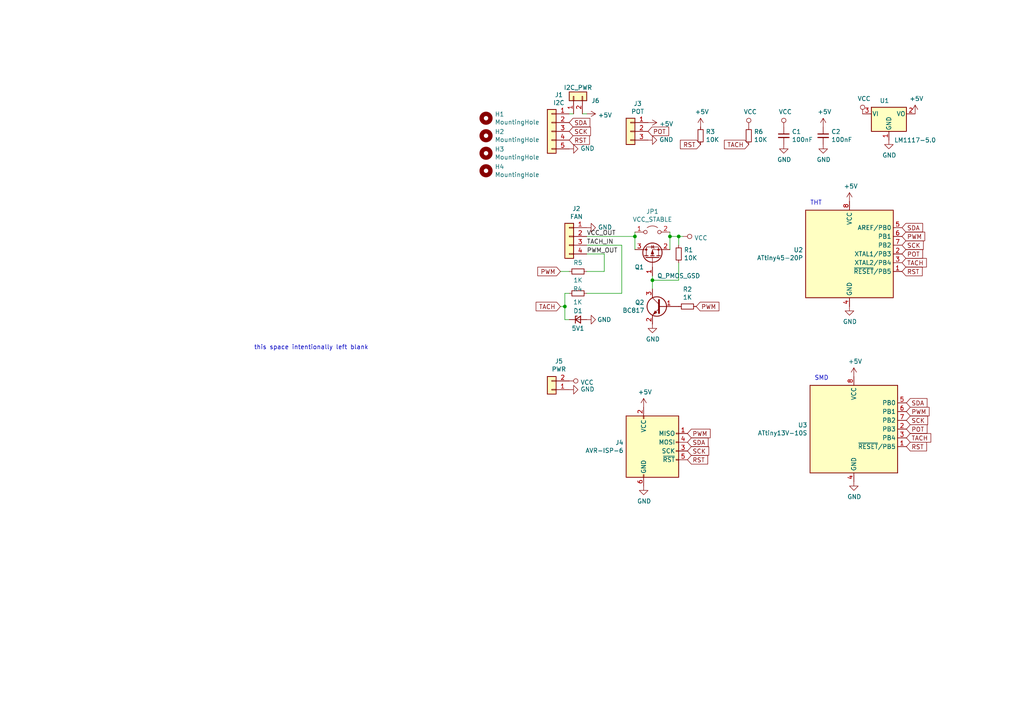
<source format=kicad_sch>
(kicad_sch (version 20230121) (generator eeschema)
  (paper "A4")
  (lib_symbols
    (symbol "Connector:AVR-ISP-6" (pin_names (offset 1.016))
      (property "Reference" "J" (at -6.35 11.43 0))
      (property "Value" "AVR-ISP-6" (at 0 11.43 0))
      (symbol "AVR-ISP-6_0_1"
        (rectangle (start -2.667 -6.858) (end -2.413 -7.62))
        (rectangle (start -2.667 10.16) (end -2.413 9.398))
        (rectangle (start 7.62 -2.413) (end 6.858 -2.667))
        (rectangle (start 7.62 0.127) (end 6.858 -0.127))
        (rectangle (start 7.62 2.667) (end 6.858 2.413))
        (rectangle (start 7.62 5.207) (end 6.858 4.953))
        (rectangle (start 7.62 10.16) (end -7.62 -7.62) (stroke (width 0.254)) (fill (type background)))
      )
      (symbol "AVR-ISP-6_1_1"
        (pin passive line (at 10.16 5.08 180) (length 2.54) (name "MISO") (number "1"))
        (pin passive line (at -2.54 12.7 270) (length 2.54) (name "VCC") (number "2"))
        (pin passive line (at 10.16 0 180) (length 2.54) (name "SCK") (number "3"))
        (pin passive line (at 10.16 2.54 180) (length 2.54) (name "MOSI") (number "4"))
        (pin passive line (at 10.16 -2.54 180) (length 2.54) (name "~{RST}") (number "5"))
        (pin passive line (at -2.54 -10.16 90) (length 2.54) (name "GND") (number "6"))
      )
    )
    (symbol "Connector_Generic:Conn_01x02" (pin_names (offset 1.016) hide)
      (property "Reference" "J" (at 0 2.54 0))
      (property "Value" "Conn_01x02" (at 0 -5.08 0))
      (symbol "Conn_01x02_1_1"
        (rectangle (start -1.27 -2.413) (end 0 -2.667) (stroke (width 0.1524)))
        (rectangle (start -1.27 0.127) (end 0 -0.127) (stroke (width 0.1524)))
        (rectangle (start -1.27 1.27) (end 1.27 -3.81) (stroke (width 0.254)) (fill (type background)))
        (pin passive line (at -5.08 0 0) (length 3.81) (name "Pin_1") (number "1"))
        (pin passive line (at -5.08 -2.54 0) (length 3.81) (name "Pin_2") (number "2"))
      )
    )
    (symbol "Connector_Generic:Conn_01x03" (pin_names (offset 1.016) hide)
      (property "Reference" "J" (at 0 5.08 0))
      (property "Value" "Conn_01x03" (at 0 -5.08 0))
      (symbol "Conn_01x03_1_1"
        (rectangle (start -1.27 -2.413) (end 0 -2.667) (stroke (width 0.1524)))
        (rectangle (start -1.27 0.127) (end 0 -0.127) (stroke (width 0.1524)))
        (rectangle (start -1.27 2.667) (end 0 2.413) (stroke (width 0.1524)))
        (rectangle (start -1.27 3.81) (end 1.27 -3.81) (stroke (width 0.254)) (fill (type background)))
        (pin passive line (at -5.08 2.54 0) (length 3.81) (name "Pin_1") (number "1"))
        (pin passive line (at -5.08 0 0) (length 3.81) (name "Pin_2") (number "2"))
        (pin passive line (at -5.08 -2.54 0) (length 3.81) (name "Pin_3") (number "3"))
      )
    )
    (symbol "Connector_Generic:Conn_01x04" (pin_names (offset 1.016) hide)
      (property "Reference" "J" (at 0 5.08 0))
      (property "Value" "Conn_01x04" (at 0 -7.62 0))
      (symbol "Conn_01x04_1_1"
        (rectangle (start -1.27 -4.953) (end 0 -5.207) (stroke (width 0.1524)))
        (rectangle (start -1.27 -2.413) (end 0 -2.667) (stroke (width 0.1524)))
        (rectangle (start -1.27 0.127) (end 0 -0.127) (stroke (width 0.1524)))
        (rectangle (start -1.27 2.667) (end 0 2.413) (stroke (width 0.1524)))
        (rectangle (start -1.27 3.81) (end 1.27 -6.35) (stroke (width 0.254)) (fill (type background)))
        (pin passive line (at -5.08 2.54 0) (length 3.81) (name "Pin_1") (number "1"))
        (pin passive line (at -5.08 0 0) (length 3.81) (name "Pin_2") (number "2"))
        (pin passive line (at -5.08 -2.54 0) (length 3.81) (name "Pin_3") (number "3"))
        (pin passive line (at -5.08 -5.08 0) (length 3.81) (name "Pin_4") (number "4"))
      )
    )
    (symbol "Connector_Generic:Conn_01x05" (pin_names (offset 1.016) hide)
      (property "Reference" "J" (at 0 7.62 0))
      (property "Value" "Conn_01x05" (at 0 -7.62 0))
      (symbol "Conn_01x05_1_1"
        (rectangle (start -1.27 -4.953) (end 0 -5.207) (stroke (width 0.1524)))
        (rectangle (start -1.27 -2.413) (end 0 -2.667) (stroke (width 0.1524)))
        (rectangle (start -1.27 0.127) (end 0 -0.127) (stroke (width 0.1524)))
        (rectangle (start -1.27 2.667) (end 0 2.413) (stroke (width 0.1524)))
        (rectangle (start -1.27 5.207) (end 0 4.953) (stroke (width 0.1524)))
        (rectangle (start -1.27 6.35) (end 1.27 -6.35) (stroke (width 0.254)) (fill (type background)))
        (pin passive line (at -5.08 5.08 0) (length 3.81) (name "Pin_1") (number "1"))
        (pin passive line (at -5.08 2.54 0) (length 3.81) (name "Pin_2") (number "2"))
        (pin passive line (at -5.08 0 0) (length 3.81) (name "Pin_3") (number "3"))
        (pin passive line (at -5.08 -2.54 0) (length 3.81) (name "Pin_4") (number "4"))
        (pin passive line (at -5.08 -5.08 0) (length 3.81) (name "Pin_5") (number "5"))
      )
    )
    (symbol "Device:C_Small" (pin_numbers hide) (pin_names (offset 0.254) hide)
      (property "Reference" "C" (at 0.254 1.778 0))
      (property "Value" "C_Small" (at 0.254 -2.032 0))
      (symbol "C_Small_0_1"
        (polyline (pts (xy -1.524 -0.508) (xy 1.524 -0.508)) (stroke (width 0.3302)))
        (polyline (pts (xy -1.524 0.508) (xy 1.524 0.508)) (stroke (width 0.3048)))
      )
      (symbol "C_Small_1_1"
        (pin passive line (at 0 2.54 270) (length 2.032) (name "~") (number "1"))
        (pin passive line (at 0 -2.54 90) (length 2.032) (name "~") (number "2"))
      )
    )
    (symbol "Device:D_Zener_Small" (pin_numbers hide) (pin_names (offset 0.254) hide)
      (property "Reference" "D" (at 0 2.286 0))
      (property "Value" "D_Zener_Small" (at 0 -2.286 0))
      (symbol "D_Zener_Small_0_1"
        (polyline (pts (xy 0.762 0) (xy -0.762 0)))
        (polyline (pts (xy -0.254 1.016) (xy -0.762 1.016) (xy -0.762 -1.016)) (stroke (width 0.254)))
        (polyline (pts (xy 0.762 1.016) (xy -0.762 0) (xy 0.762 -1.016) (xy 0.762 1.016)) (stroke (width 0.254)))
      )
      (symbol "D_Zener_Small_1_1"
        (pin passive line (at -2.54 0 0) (length 1.778) (name "K") (number "1"))
        (pin passive line (at 2.54 0 180) (length 1.778) (name "A") (number "2"))
      )
    )
    (symbol "Device:Q_NPN_BEC" (pin_names (offset 0) hide)
      (property "Reference" "Q" (at 5.08 1.27 0))
      (property "Value" "Q_NPN_BEC" (at 5.08 -1.27 0))
      (symbol "Q_NPN_BEC_0_1"
        (polyline (pts (xy 0.635 0.635) (xy 2.54 2.54)))
        (polyline (pts (xy 0.635 -0.635) (xy 2.54 -2.54) (xy 2.54 -2.54)))
        (polyline (pts (xy 0.635 1.905) (xy 0.635 -1.905) (xy 0.635 -1.905)) (stroke (width 0.508)))
        (polyline (pts (xy 1.27 -1.778) (xy 1.778 -1.27) (xy 2.286 -2.286) (xy 1.27 -1.778) (xy 1.27 -1.778)) (fill (type outline)))
        (circle (center 1.27 0) (radius 2.8194) (stroke (width 0.254)))
      )
      (symbol "Q_NPN_BEC_1_1"
        (pin input line (at -5.08 0 0) (length 5.715) (name "B") (number "1"))
        (pin passive line (at 2.54 -5.08 90) (length 2.54) (name "E") (number "2"))
        (pin passive line (at 2.54 5.08 270) (length 2.54) (name "C") (number "3"))
      )
    )
    (symbol "Device:Q_PMOS_GSD" (pin_names (offset 0) hide)
      (property "Reference" "Q" (at 5.08 1.27 0))
      (property "Value" "Q_PMOS_GSD" (at 5.08 -1.27 0))
      (symbol "Q_PMOS_GSD_0_1"
        (polyline (pts (xy 0.254 0) (xy -2.54 0)))
        (polyline (pts (xy 0.254 1.905) (xy 0.254 -1.905)) (stroke (width 0.254)))
        (polyline (pts (xy 0.762 -1.27) (xy 0.762 -2.286)) (stroke (width 0.254)))
        (polyline (pts (xy 0.762 0.508) (xy 0.762 -0.508)) (stroke (width 0.254)))
        (polyline (pts (xy 0.762 2.286) (xy 0.762 1.27)) (stroke (width 0.254)))
        (polyline (pts (xy 2.54 2.54) (xy 2.54 1.778)))
        (polyline (pts (xy 2.54 -2.54) (xy 2.54 0) (xy 0.762 0)))
        (polyline (pts (xy 0.762 1.778) (xy 3.302 1.778) (xy 3.302 -1.778) (xy 0.762 -1.778)))
        (polyline (pts (xy 2.286 0) (xy 1.27 0.381) (xy 1.27 -0.381) (xy 2.286 0)) (fill (type outline)))
        (polyline (pts (xy 2.794 -0.508) (xy 2.921 -0.381) (xy 3.683 -0.381) (xy 3.81 -0.254)))
        (polyline (pts (xy 3.302 -0.381) (xy 2.921 0.254) (xy 3.683 0.254) (xy 3.302 -0.381)))
        (circle (center 1.651 0) (radius 2.794) (stroke (width 0.254)))
        (circle (center 2.54 -1.778) (radius 0.254) (fill (type outline)))
        (circle (center 2.54 1.778) (radius 0.254) (fill (type outline)))
      )
      (symbol "Q_PMOS_GSD_1_1"
        (pin input line (at -5.08 0 0) (length 2.54) (name "G") (number "1"))
        (pin passive line (at 2.54 -5.08 90) (length 2.54) (name "S") (number "2"))
        (pin passive line (at 2.54 5.08 270) (length 2.54) (name "D") (number "3"))
      )
    )
    (symbol "Device:R_Small" (pin_numbers hide) (pin_names (offset 0.254) hide)
      (property "Reference" "R" (at 0.762 0.508 0))
      (property "Value" "R_Small" (at 0.762 -1.016 0))
      (symbol "R_Small_0_1"
        (rectangle (start -0.762 1.778) (end 0.762 -1.778) (stroke (width 0.2032)))
      )
      (symbol "R_Small_1_1"
        (pin passive line (at 0 2.54 270) (length 0.762) (name "~") (number "1"))
        (pin passive line (at 0 -2.54 90) (length 0.762) (name "~") (number "2"))
      )
    )
    (symbol "Jumper:Jumper_2_Open" (pin_names (offset 0) hide)
      (property "Reference" "JP" (at 0 2.794 0))
      (property "Value" "Jumper_2_Open" (at 0 -2.286 0))
      (symbol "Jumper_2_Open_0_0"
        (circle (center -2.032 0) (radius 0.508))
        (circle (center 2.032 0) (radius 0.508))
      )
      (symbol "Jumper_2_Open_0_1"
        (arc (start 1.524 1.27) (mid 0 1.778) (end -1.524 1.27))
      )
      (symbol "Jumper_2_Open_1_1"
        (pin passive line (at -5.08 0 0) (length 2.54) (name "A") (number "1"))
        (pin passive line (at 5.08 0 180) (length 2.54) (name "B") (number "2"))
      )
    )
    (symbol "Mechanical:MountingHole" (pin_names (offset 1.016))
      (property "Reference" "H" (at 0 5.08 0))
      (property "Value" "MountingHole" (at 0 3.175 0))
      (symbol "MountingHole_0_1"
        (circle (center 0 0) (radius 1.27) (stroke (width 1.27)))
      )
    )
    (symbol "fan_controller-rescue:ATtiny13V-10S-MCU_Microchip_ATtiny-fan_controller-rescue"
      (property "Reference" "U" (at -12.7 13.97 0))
      (property "Value" "fan_controller-rescue_ATtiny13V-10S-MCU_Microchip_ATtiny" (at 2.54 -13.97 0))
      (symbol "ATtiny13V-10S-MCU_Microchip_ATtiny-fan_controller-rescue_0_1"
        (rectangle (start -12.7 -12.7) (end 12.7 12.7) (stroke (width 0.254)) (fill (type background)))
      )
      (symbol "ATtiny13V-10S-MCU_Microchip_ATtiny-fan_controller-rescue_1_1"
        (pin bidirectional line (at 15.24 -5.08 180) (length 2.54) (name "~{RESET}/PB5") (number "1"))
        (pin bidirectional line (at 15.24 0 180) (length 2.54) (name "PB3") (number "2"))
        (pin bidirectional line (at 15.24 -2.54 180) (length 2.54) (name "PB4") (number "3"))
        (pin power_in line (at 0 -15.24 90) (length 2.54) (name "GND") (number "4"))
        (pin bidirectional line (at 15.24 7.62 180) (length 2.54) (name "PB0") (number "5"))
        (pin bidirectional line (at 15.24 5.08 180) (length 2.54) (name "PB1") (number "6"))
        (pin bidirectional line (at 15.24 2.54 180) (length 2.54) (name "PB2") (number "7"))
        (pin power_in line (at 0 15.24 270) (length 2.54) (name "VCC") (number "8"))
      )
    )
    (symbol "fan_controller-rescue:ATtiny45-20P-MCU_Microchip_ATtiny-fan_controller-rescue"
      (property "Reference" "U" (at -12.7 13.97 0))
      (property "Value" "fan_controller-rescue_ATtiny45-20P-MCU_Microchip_ATtiny" (at 2.54 -13.97 0))
      (symbol "ATtiny45-20P-MCU_Microchip_ATtiny-fan_controller-rescue_0_1"
        (rectangle (start -12.7 -12.7) (end 12.7 12.7) (stroke (width 0.254)) (fill (type background)))
      )
      (symbol "ATtiny45-20P-MCU_Microchip_ATtiny-fan_controller-rescue_1_1"
        (pin bidirectional line (at 15.24 -5.08 180) (length 2.54) (name "~{RESET}/PB5") (number "1"))
        (pin bidirectional line (at 15.24 0 180) (length 2.54) (name "XTAL1/PB3") (number "2"))
        (pin bidirectional line (at 15.24 -2.54 180) (length 2.54) (name "XTAL2/PB4") (number "3"))
        (pin power_in line (at 0 -15.24 90) (length 2.54) (name "GND") (number "4"))
        (pin bidirectional line (at 15.24 7.62 180) (length 2.54) (name "AREF/PB0") (number "5"))
        (pin bidirectional line (at 15.24 5.08 180) (length 2.54) (name "PB1") (number "6"))
        (pin bidirectional line (at 15.24 2.54 180) (length 2.54) (name "PB2") (number "7"))
        (pin power_in line (at 0 15.24 270) (length 2.54) (name "VCC") (number "8"))
      )
    )
    (symbol "fan_controller-rescue:GND-fan_controller-rescue" (power) (pin_names (offset 0))
      (property "Value" "GND-fan_controller-rescue" (at 0 -3.81 0))
      (symbol "GND-fan_controller-rescue_0_1"
        (polyline (pts (xy 0 0) (xy 0 -1.27) (xy 1.27 -1.27) (xy 0 -2.54) (xy -1.27 -1.27) (xy 0 -1.27)))
      )
      (symbol "GND-fan_controller-rescue_1_1"
        (pin power_in line (at 0 0 270) (length 0) hide (name "GND") (number "1"))
      )
    )
    (symbol "fan_controller-rescue:LM1117-5.0-Regulator_Linear" (pin_names (offset 0.254))
      (property "Reference" "U" (at -3.81 3.175 0))
      (property "Value" "Regulator_Linear_LM1117-5.0" (at 0 3.175 0))
      (symbol "LM1117-5.0-Regulator_Linear_0_1"
        (rectangle (start -5.08 -5.08) (end 5.08 1.905) (stroke (width 0.254)) (fill (type background)))
      )
      (symbol "LM1117-5.0-Regulator_Linear_1_1"
        (pin power_in line (at 0 -7.62 90) (length 2.54) (name "GND") (number "1"))
        (pin power_out line (at 7.62 0 180) (length 2.54) (name "VO") (number "2"))
        (pin power_in line (at -7.62 0 0) (length 2.54) (name "VI") (number "3"))
      )
    )
    (symbol "fan_controller-rescue:VCC-fan_controller-rescue" (power) (pin_names (offset 0))
      (property "Value" "VCC-fan_controller-rescue" (at 0 3.81 0))
      (symbol "VCC-fan_controller-rescue_0_1"
        (polyline (pts (xy 0 0) (xy 0 1.27)))
        (circle (center 0 1.905) (radius 0.635))
      )
      (symbol "VCC-fan_controller-rescue_1_1"
        (pin power_in line (at 0 0 90) (length 0) hide (name "VCC") (number "1"))
      )
    )
    (symbol "power:+5V" (power) (pin_names (offset 0))
      (property "Value" "+5V" (at 0 3.556 0))
      (symbol "+5V_0_1"
        (polyline (pts (xy -0.762 1.27) (xy 0 2.54)))
        (polyline (pts (xy 0 0) (xy 0 2.54)))
        (polyline (pts (xy 0 2.54) (xy 0.762 1.27)))
      )
      (symbol "+5V_1_1"
        (pin power_in line (at 0 0 90) (length 0) hide (name "+5V") (number "1"))
      )
    )
  )
  (junction (at 163.83 88.9))
  (junction (at 184.15 68.58))
  (junction (at 194.31 68.58))
  (junction (at 189.23 81.28))
  (junction (at 196.85 68.58))
  (wire (pts (xy 163.83 92.71) (xy 163.83 88.9)))
  (wire (pts (xy 189.23 81.28) (xy 189.23 80.01)))
  (wire (pts (xy 170.18 33.02) (xy 168.91 33.02)))
  (wire (pts (xy 194.31 72.39) (xy 194.31 68.58)))
  (wire (pts (xy 163.83 88.9) (xy 163.83 85.09)))
  (wire (pts (xy 162.56 88.9) (xy 163.83 88.9)))
  (wire (pts (xy 170.18 73.66) (xy 175.26 73.66)))
  (wire (pts (xy 166.37 33.02) (xy 165.1 33.02)))
  (wire (pts (xy 196.85 81.28) (xy 196.85 76.2)))
  (wire (pts (xy 180.34 71.12) (xy 180.34 85.09)))
  (wire (pts (xy 184.15 72.39) (xy 184.15 68.58)))
  (wire (pts (xy 194.31 68.58) (xy 194.31 67.31)))
  (wire (pts (xy 189.23 83.82) (xy 189.23 81.28)))
  (wire (pts (xy 170.18 71.12) (xy 180.34 71.12)))
  (wire (pts (xy 165.1 92.71) (xy 163.83 92.71)))
  (wire (pts (xy 170.18 78.74) (xy 175.26 78.74)))
  (wire (pts (xy 163.83 85.09) (xy 165.1 85.09)))
  (wire (pts (xy 162.56 78.74) (xy 165.1 78.74)))
  (wire (pts (xy 170.18 85.09) (xy 180.34 85.09)))
  (wire (pts (xy 196.85 71.12) (xy 196.85 68.58)))
  (wire (pts (xy 170.18 68.58) (xy 184.15 68.58)))
  (wire (pts (xy 175.26 78.74) (xy 175.26 73.66)))
  (wire (pts (xy 189.23 81.28) (xy 196.85 81.28)))
  (wire (pts (xy 198.12 68.58) (xy 196.85 68.58)))
  (wire (pts (xy 196.85 68.58) (xy 194.31 68.58)))
  (wire (pts (xy 184.15 68.58) (xy 184.15 67.31)))
  (text "THT" (at 234.95 59.69 0) (effects (font (size 1.27 1.27)) (justify left bottom)))
  (text "SMD" (at 236.22 110.49 0) (effects (font (size 1.27 1.27)) (justify left bottom)))
  (text "this space intentionally left blank" (at 73.66 101.6 0) (effects (font (size 1.27 1.27)) (justify left bottom)))
  (label "TACH_IN" (at 170.18 71.12 0))
  (label "PWM_OUT" (at 170.18 73.66 0))
  (label "VCC_OUT" (at 170.18 68.58 0))
  (global_label "SDA" (shape input) (at 165.1 35.56 0) (property "Intersheetrefs" "${INTERSHEET_REFS}" (effects hide)))
  (global_label "SDA" (shape input) (at 199.39 128.27 0) (property "Intersheetrefs" "${INTERSHEET_REFS}" (effects hide)))
  (global_label "PWM" (shape input) (at 162.56 78.74 180) (property "Intersheetrefs" "${INTERSHEET_REFS}" (effects hide)))
  (global_label "PWM" (shape input) (at 199.39 125.73 0) (property "Intersheetrefs" "${INTERSHEET_REFS}" (effects hide)))
  (global_label "SDA" (shape input) (at 262.89 116.84 0) (property "Intersheetrefs" "${INTERSHEET_REFS}" (effects hide)))
  (global_label "PWM" (shape input) (at 201.93 88.9 0) (property "Intersheetrefs" "${INTERSHEET_REFS}" (effects hide)))
  (global_label "TACH" (shape input) (at 262.89 127 0) (property "Intersheetrefs" "${INTERSHEET_REFS}" (effects hide)))
  (global_label "SDA" (shape input) (at 261.62 66.04 0) (property "Intersheetrefs" "${INTERSHEET_REFS}" (effects hide)))
  (global_label "PWM" (shape input) (at 261.62 68.58 0) (property "Intersheetrefs" "${INTERSHEET_REFS}" (effects hide)))
  (global_label "SCK" (shape input) (at 165.1 38.1 0) (property "Intersheetrefs" "${INTERSHEET_REFS}" (effects hide)))
  (global_label "POT" (shape input) (at 262.89 124.46 0) (property "Intersheetrefs" "${INTERSHEET_REFS}" (effects hide)))
  (global_label "POT" (shape input) (at 187.96 38.1 0) (property "Intersheetrefs" "${INTERSHEET_REFS}" (effects hide)))
  (global_label "SCK" (shape input) (at 199.39 130.81 0) (property "Intersheetrefs" "${INTERSHEET_REFS}" (effects hide)))
  (global_label "RST" (shape input) (at 261.62 78.74 0) (property "Intersheetrefs" "${INTERSHEET_REFS}" (effects hide)))
  (global_label "RST" (shape input) (at 262.89 129.54 0) (property "Intersheetrefs" "${INTERSHEET_REFS}" (effects hide)))
  (global_label "RST" (shape input) (at 199.39 133.35 0) (property "Intersheetrefs" "${INTERSHEET_REFS}" (effects hide)))
  (global_label "SCK" (shape input) (at 262.89 121.92 0) (property "Intersheetrefs" "${INTERSHEET_REFS}" (effects hide)))
  (global_label "SCK" (shape input) (at 261.62 71.12 0) (property "Intersheetrefs" "${INTERSHEET_REFS}" (effects hide)))
  (global_label "RST" (shape input) (at 165.1 40.64 0) (property "Intersheetrefs" "${INTERSHEET_REFS}" (effects hide)))
  (global_label "PWM" (shape input) (at 262.89 119.38 0) (property "Intersheetrefs" "${INTERSHEET_REFS}" (effects hide)))
  (global_label "RST" (shape input) (at 203.2 41.91 180) (property "Intersheetrefs" "${INTERSHEET_REFS}" (effects hide)))
  (global_label "TACH" (shape input) (at 162.56 88.9 180) (property "Intersheetrefs" "${INTERSHEET_REFS}" (effects hide)))
  (global_label "TACH" (shape input) (at 217.17 41.91 180) (property "Intersheetrefs" "${INTERSHEET_REFS}" (effects hide)))
  (global_label "TACH" (shape input) (at 261.62 76.2 0) (property "Intersheetrefs" "${INTERSHEET_REFS}" (effects hide)))
  (global_label "POT" (shape input) (at 261.62 73.66 0) (property "Intersheetrefs" "${INTERSHEET_REFS}" (effects hide)))
  (symbol (lib_id "power:+5V") (at 170.18 33.02 270) (unit 1)
    (property "Reference" "#PWR0113" (effects hide))
    (property "Value" "+5V" (at 173.4312 33.401 90) (effects (justify left)))
  )
  (symbol (lib_id "Connector_Generic:Conn_01x02") (at 166.37 27.94 90) (unit 1)
    (property "Reference" "J6" (at 172.72 29.21 90))
    (property "Value" "I2C_PWR" (at 167.64 25.4 90))
    (property "Footprint" "Connector_PinHeader_2.54mm:PinHeader_1x02_P2.54mm_Vertical" (effects hide))
  )
  (symbol (lib_id "Connector_Generic:Conn_01x04") (at 165.1 68.58 0) (mirror y) (unit 1)
    (property "Reference" "J2" (at 167.1828 60.5282 0))
    (property "Value" "FAN" (at 167.1828 62.8396 0))
    (property "Footprint" "Connector_PinHeader_2.54mm:PinHeader_1x04_P2.54mm_Vertical" (effects hide))
  )
  (symbol (lib_id "Connector_Generic:Conn_01x03") (at 182.88 38.1 0) (mirror y) (unit 1)
    (property "Reference" "J3" (at 184.9628 30.0482 0))
    (property "Value" "POT" (at 184.9628 32.3596 0))
    (property "Footprint" "Connector_PinHeader_2.54mm:PinHeader_1x03_P2.54mm_Vertical" (effects hide))
  )
  (symbol (lib_id "Device:R_Small") (at 203.2 39.37 0) (unit 1)
    (property "Reference" "R3" (at 204.6986 38.2016 0) (effects (justify left)))
    (property "Value" "10K" (at 204.6986 40.513 0) (effects (justify left)))
    (property "Footprint" "Resistor_SMD:R_0805_2012Metric" (effects hide))
  )
  (symbol (lib_id "Device:C_Small") (at 238.76 39.37 0) (unit 1)
    (property "Reference" "C2" (at 241.0968 38.2016 0) (effects (justify left)))
    (property "Value" "100nF" (at 241.0968 40.513 0) (effects (justify left)))
    (property "Footprint" "Capacitor_SMD:C_0805_2012Metric" (effects hide))
  )
  (symbol (lib_id "fan_controller-rescue:ATtiny13V-10S-MCU_Microchip_ATtiny-fan_controller-rescue") (at 247.65 124.46 0) (unit 1)
    (property "Reference" "U3" (at 234.188 123.2916 0) (effects (justify right)))
    (property "Value" "ATtiny13V-10S" (at 234.188 125.603 0) (effects (justify right)))
    (property "Footprint" "Package_SO:SOIC-8W_5.3x5.3mm_P1.27mm" (effects hide))
    (property "Datasheet" "http://ww1.microchip.com/downloads/en/DeviceDoc/doc2535.pdf" (effects hide))
  )
  (symbol (lib_id "fan_controller-rescue:ATtiny45-20P-MCU_Microchip_ATtiny-fan_controller-rescue") (at 246.38 73.66 0) (unit 1)
    (property "Reference" "U2" (at 232.9434 72.4916 0) (effects (justify right)))
    (property "Value" "ATtiny45-20P" (at 232.9434 74.803 0) (effects (justify right)))
    (property "Footprint" "Package_DIP:DIP-8_W7.62mm" (effects hide))
    (property "Datasheet" "http://ww1.microchip.com/downloads/en/DeviceDoc/atmel-2586-avr-8-bit-microcontroller-attiny25-attiny45-attiny85_datasheet.pdf" (effects hide))
  )
  (symbol (lib_id "fan_controller-rescue:VCC-fan_controller-rescue") (at 227.33 36.83 0) (unit 1)
    (property "Reference" "#PWR0101" (effects hide))
    (property "Value" "VCC" (at 227.7618 32.4358 0))
  )
  (symbol (lib_id "fan_controller-rescue:GND-fan_controller-rescue") (at 246.38 88.9 0) (unit 1)
    (property "Reference" "#PWR0102" (effects hide))
    (property "Value" "GND" (at 246.507 93.2942 0))
  )
  (symbol (lib_id "fan_controller-rescue:GND-fan_controller-rescue") (at 247.65 139.7 0) (unit 1)
    (property "Reference" "#PWR0103" (effects hide))
    (property "Value" "GND" (at 247.777 144.0942 0))
  )
  (symbol (lib_id "fan_controller-rescue:GND-fan_controller-rescue") (at 238.76 41.91 0) (unit 1)
    (property "Reference" "#PWR0105" (effects hide))
    (property "Value" "GND" (at 238.887 46.3042 0))
  )
  (symbol (lib_id "Device:C_Small") (at 227.33 39.37 0) (unit 1)
    (property "Reference" "C1" (at 229.6668 38.2016 0) (effects (justify left)))
    (property "Value" "100nF" (at 229.6668 40.513 0) (effects (justify left)))
    (property "Footprint" "Capacitor_SMD:C_0805_2012Metric" (effects hide))
  )
  (symbol (lib_id "fan_controller-rescue:GND-fan_controller-rescue") (at 227.33 41.91 0) (unit 1)
    (property "Reference" "#PWR0106" (effects hide))
    (property "Value" "GND" (at 227.457 46.3042 0))
  )
  (symbol (lib_id "fan_controller-rescue:VCC-fan_controller-rescue") (at 250.19 33.02 0) (unit 1)
    (property "Reference" "#PWR0107" (effects hide))
    (property "Value" "VCC" (at 250.6218 28.6258 0))
  )
  (symbol (lib_id "fan_controller-rescue:GND-fan_controller-rescue") (at 257.81 40.64 0) (unit 1)
    (property "Reference" "#PWR0108" (effects hide))
    (property "Value" "GND" (at 257.937 45.0342 0))
  )
  (symbol (lib_id "Device:R_Small") (at 167.64 85.09 90) (unit 1)
    (property "Reference" "R4" (at 168.91 83.82 90) (effects (justify left)))
    (property "Value" "1K" (at 168.91 87.63 90) (effects (justify left)))
    (property "Footprint" "Resistor_SMD:R_0805_2012Metric" (effects hide))
  )
  (symbol (lib_id "Device:D_Zener_Small") (at 167.64 92.71 0) (unit 1)
    (property "Reference" "D1" (at 167.64 90.17 0))
    (property "Value" "5V1" (at 167.64 95.25 0))
    (property "Footprint" "Diode_SMD:D_SOD-123" (effects hide))
  )
  (symbol (lib_id "power:+5V") (at 265.43 33.02 0) (unit 1)
    (property "Reference" "#PWR0109" (effects hide))
    (property "Value" "+5V" (at 265.811 28.6258 0))
  )
  (symbol (lib_id "Device:R_Small") (at 167.64 78.74 270) (unit 1)
    (property "Reference" "R5" (at 167.64 76.2 90))
    (property "Value" "1K" (at 167.64 81.28 90))
    (property "Footprint" "Resistor_SMD:R_0805_2012Metric" (effects hide))
  )
  (symbol (lib_id "fan_controller-rescue:GND-fan_controller-rescue") (at 170.18 92.71 90) (unit 1)
    (property "Reference" "#PWR0114" (effects hide))
    (property "Value" "GND" (at 175.26 92.71 90))
  )
  (symbol (lib_id "fan_controller-rescue:LM1117-5.0-Regulator_Linear") (at 257.81 33.02 0) (unit 1)
    (property "Reference" "U1" (at 256.54 29.21 0))
    (property "Value" "LM1117-5.0" (at 265.43 40.64 0))
    (property "Footprint" "Package_TO_SOT_SMD:SOT-223-3_TabPin2" (effects hide))
    (property "Datasheet" "http://www.ti.com/lit/ds/symlink/lm1117.pdf" (effects hide))
  )
  (symbol (lib_id "power:+5V") (at 246.38 58.42 0) (unit 1)
    (property "Reference" "#PWR0110" (effects hide))
    (property "Value" "+5V" (at 246.761 54.0258 0))
  )
  (symbol (lib_id "power:+5V") (at 247.65 109.22 0) (unit 1)
    (property "Reference" "#PWR0111" (effects hide))
    (property "Value" "+5V" (at 248.031 104.8258 0))
  )
  (symbol (lib_id "power:+5V") (at 203.2 36.83 0) (unit 1)
    (property "Reference" "#PWR0112" (effects hide))
    (property "Value" "+5V" (at 203.581 32.4358 0))
  )
  (symbol (lib_id "power:+5V") (at 187.96 35.56 270) (unit 1)
    (property "Reference" "#PWR0115" (effects hide))
    (property "Value" "+5V" (at 191.2112 35.941 90) (effects (justify left)))
  )
  (symbol (lib_id "fan_controller-rescue:GND-fan_controller-rescue") (at 187.96 40.64 90) (unit 1)
    (property "Reference" "#PWR0116" (effects hide))
    (property "Value" "GND" (at 191.2112 40.513 90) (effects (justify right)))
  )
  (symbol (lib_id "fan_controller-rescue:GND-fan_controller-rescue") (at 170.18 66.04 90) (unit 1)
    (property "Reference" "#PWR0117" (effects hide))
    (property "Value" "GND" (at 173.4312 65.913 90) (effects (justify right)))
  )
  (symbol (lib_id "fan_controller-rescue:VCC-fan_controller-rescue") (at 198.12 68.58 270) (unit 1)
    (property "Reference" "#PWR0118" (effects hide))
    (property "Value" "VCC" (at 201.3712 69.0118 90) (effects (justify left)))
  )
  (symbol (lib_id "Mechanical:MountingHole") (at 140.97 34.29 0) (unit 1)
    (property "Reference" "H1" (at 143.51 33.1216 0) (effects (justify left)))
    (property "Value" "MountingHole" (at 143.51 35.433 0) (effects (justify left)))
    (property "Footprint" "MountingHole:MountingHole_2.1mm" (effects hide))
  )
  (symbol (lib_id "Mechanical:MountingHole") (at 140.97 39.37 0) (unit 1)
    (property "Reference" "H2" (at 143.51 38.2016 0) (effects (justify left)))
    (property "Value" "MountingHole" (at 143.51 40.513 0) (effects (justify left)))
    (property "Footprint" "MountingHole:MountingHole_2.1mm" (effects hide))
  )
  (symbol (lib_id "Mechanical:MountingHole") (at 140.97 44.45 0) (unit 1)
    (property "Reference" "H3" (at 143.51 43.2816 0) (effects (justify left)))
    (property "Value" "MountingHole" (at 143.51 45.593 0) (effects (justify left)))
    (property "Footprint" "MountingHole:MountingHole_2.1mm" (effects hide))
  )
  (symbol (lib_id "Mechanical:MountingHole") (at 140.97 49.53 0) (unit 1)
    (property "Reference" "H4" (at 143.51 48.3616 0) (effects (justify left)))
    (property "Value" "MountingHole" (at 143.51 50.673 0) (effects (justify left)))
    (property "Footprint" "MountingHole:MountingHole_2.1mm" (effects hide))
  )
  (symbol (lib_id "Jumper:Jumper_2_Open") (at 189.23 67.31 0) (unit 1)
    (property "Reference" "JP1" (at 189.23 61.341 0))
    (property "Value" "VCC_STABLE" (at 189.23 63.6524 0))
    (property "Footprint" "Jumper:SolderJumper-2_P1.3mm_Open_Pad1.0x1.5mm" (effects hide))
  )
  (symbol (lib_id "Device:Q_PMOS_GSD") (at 189.23 74.93 90) (unit 1)
    (property "Reference" "Q1" (at 185.42 77.47 90))
    (property "Value" "Q_PMOS_GSD" (at 196.85 80.01 90))
    (property "Footprint" "Package_TO_SOT_SMD:SOT-23" (effects hide))
  )
  (symbol (lib_id "Device:R_Small") (at 196.85 73.66 0) (unit 1)
    (property "Reference" "R1" (at 198.3486 72.4916 0) (effects (justify left)))
    (property "Value" "10K" (at 198.3486 74.803 0) (effects (justify left)))
    (property "Footprint" "Resistor_SMD:R_0805_2012Metric" (effects hide))
  )
  (symbol (lib_id "fan_controller-rescue:GND-fan_controller-rescue") (at 189.23 93.98 0) (unit 1)
    (property "Reference" "#PWR0119" (effects hide))
    (property "Value" "GND" (at 189.357 98.3742 0))
  )
  (symbol (lib_id "Device:R_Small") (at 199.39 88.9 270) (unit 1)
    (property "Reference" "R2" (at 199.39 83.9216 90))
    (property "Value" "1K" (at 199.39 86.233 90))
    (property "Footprint" "Resistor_SMD:R_0805_2012Metric" (effects hide))
  )
  (symbol (lib_id "Connector:AVR-ISP-6") (at 189.23 130.81 0) (unit 1)
    (property "Reference" "J4" (at 180.8734 128.3716 0) (effects (justify right)))
    (property "Value" "AVR-ISP-6" (at 180.8734 130.683 0) (effects (justify right)))
    (property "Footprint" "Connector_PinHeader_2.54mm:PinHeader_2x03_P2.54mm_Vertical" (effects hide))
    (property "Datasheet" " ~" (effects hide))
  )
  (symbol (lib_id "fan_controller-rescue:GND-fan_controller-rescue") (at 186.69 140.97 0) (unit 1)
    (property "Reference" "#PWR0120" (effects hide))
    (property "Value" "GND" (at 186.817 145.3642 0))
  )
  (symbol (lib_id "power:+5V") (at 186.69 118.11 0) (unit 1)
    (property "Reference" "#PWR0121" (effects hide))
    (property "Value" "+5V" (at 187.071 113.7158 0))
  )
  (symbol (lib_id "Connector_Generic:Conn_01x05") (at 160.02 38.1 0) (mirror y) (unit 1)
    (property "Reference" "J1" (at 162.1028 27.5082 0))
    (property "Value" "I2C" (at 162.1028 29.8196 0))
    (property "Footprint" "Connector_PinHeader_2.54mm:PinHeader_1x05_P2.54mm_Vertical" (effects hide))
  )
  (symbol (lib_id "fan_controller-rescue:GND-fan_controller-rescue") (at 165.1 43.18 90) (unit 1)
    (property "Reference" "#PWR0122" (effects hide))
    (property "Value" "GND" (at 168.3512 43.053 90) (effects (justify right)))
  )
  (symbol (lib_id "power:+5V") (at 238.76 36.83 0) (unit 1)
    (property "Reference" "#PWR0104" (effects hide))
    (property "Value" "+5V" (at 239.141 32.4358 0))
  )
  (symbol (lib_id "Connector_Generic:Conn_01x02") (at 160.02 113.03 180) (unit 1)
    (property "Reference" "J5" (at 162.1028 104.775 0))
    (property "Value" "PWR" (at 162.1028 107.0864 0))
    (property "Footprint" "Connector_PinHeader_2.54mm:PinHeader_1x02_P2.54mm_Vertical" (effects hide))
  )
  (symbol (lib_id "fan_controller-rescue:VCC-fan_controller-rescue") (at 165.1 110.49 270) (unit 1)
    (property "Reference" "#PWR0123" (effects hide))
    (property "Value" "VCC" (at 168.3512 110.9218 90) (effects (justify left)))
  )
  (symbol (lib_id "fan_controller-rescue:GND-fan_controller-rescue") (at 165.1 113.03 90) (unit 1)
    (property "Reference" "#PWR0124" (effects hide))
    (property "Value" "GND" (at 168.3512 112.903 90) (effects (justify right)))
  )
  (symbol (lib_id "Device:R_Small") (at 217.17 39.37 0) (unit 1)
    (property "Reference" "R6" (at 218.6686 38.2016 0) (effects (justify left)))
    (property "Value" "10K" (at 218.6686 40.513 0) (effects (justify left)))
    (property "Footprint" "Resistor_SMD:R_0805_2012Metric" (effects hide))
  )
  (symbol (lib_id "fan_controller-rescue:VCC-fan_controller-rescue") (at 217.17 36.83 0) (unit 1)
    (property "Reference" "#PWR0125" (effects hide))
    (property "Value" "VCC" (at 217.6018 32.4358 0))
  )
  (symbol (lib_id "Device:Q_NPN_BEC") (at 191.77 88.9 0) (mirror y) (unit 1)
    (property "Reference" "Q2" (at 186.9186 87.7316 0) (effects (justify left)))
    (property "Value" "BC817" (at 186.9186 90.043 0) (effects (justify left)))
    (property "Footprint" "Package_TO_SOT_SMD:SOT-23" (effects hide))
  )
)
</source>
